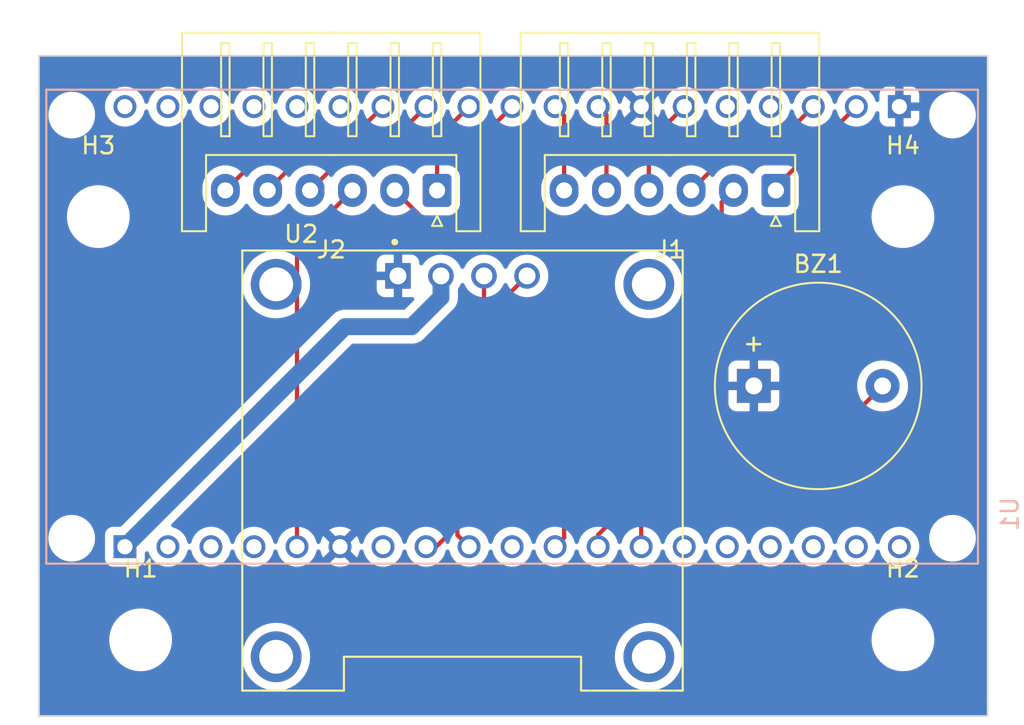
<source format=kicad_pcb>
(kicad_pcb (version 20221018) (generator pcbnew)
  (title_block (title "USB Breakout Test Jig") (date "2024-02-22") (rev "v1.0") (company "Sternenlabor e.V.") (comment 1 "André Fiedler <mail@andrefiedler.de>"))
  (layers (0 "F.Cu" signal) (31 "B.Cu" signal) (34 "B.Paste" user) (35 "F.Paste" user) (36 "B.SilkS" user "B.Silkscreen") (37 "F.SilkS" user "F.Silkscreen") (38 "B.Mask" user) (39 "F.Mask" user) (44 "Edge.Cuts" user))
  (net 0 "")
  (net 1 "Net-(BZ1-+)")
  (net 8 "A - D+ (green)")
  (net 9 "B - D+ (green)")
  (net 11 "B - D-b(white)")
  (net 12 "A - D- (white)")
  (net 14 "B - 5V (red)")
  (net 24 "A - ID (yellow)")
  (net 25 "A - Shield (blue)")
  (net 26 "B - Shield (blue)")
  (net 27 "B - ID (yellow)")
  (net 28 "A - GND (black)")
  (net 29 "B - GND (black)")
  (net 32 "A - 5V (red)")
  (net 33 "Net-(U1-G14)")
  (net 34 "Net-(U1-G27)")
  (net 35 "GND")
  (net 36 "+5V")
  (footprint "MountingHole:MountingHole_3.2mm_M3" (layer "F.Cu") (at 52.5 82.5)
    (fp_text reference "H3" (at 0 -4.2) (layer "F.SilkS"))
    (fp_text value "MountingHole")
    (pad "" np_thru_hole circle (at 0 0) (size 3.2 3.2) (drill 3.2) (layers "*.Cu" "*.Mask"))
  )
  (footprint "MountingHole:MountingHole_3.2mm_M3" (layer "F.Cu") (at 100 107.5)
    (fp_text reference "H2" (at 0 -4.2) (layer "F.SilkS"))
    (fp_text value "MountingHole")
    (pad "" np_thru_hole circle (at 0 0) (size 3.2 3.2) (drill 3.2) (layers "*.Cu" "*.Mask"))
  )
  (footprint "Connector_JST:JST_XH_S6B-XH-A_1x06_P2.50mm_Horizontal" (layer "F.Cu") (at 72.5 80.95 180)
    (fp_text reference "J2" (at 6.25 -3.5) (layer "F.SilkS"))
    (fp_text value "Conn_01x06")
    (fp_line (start -2.56 -2.41) (end -1.14 -2.41) (stroke (width 0.12)) (layer "F.SilkS"))
    (fp_line (start -2.56 9.31) (end -2.56 -2.41) (stroke (width 0.12)) (layer "F.SilkS"))
    (fp_line (start -1.14 -2.41) (end -1.14 2.09) (stroke (width 0.12)) (layer "F.SilkS"))
    (fp_line (start -1.14 2.09) (end 6.25 2.09) (stroke (width 0.12)) (layer "F.SilkS"))
    (fp_line (start -0.3 -2.1) (end 0.3 -2.1) (stroke (width 0.12)) (layer "F.SilkS"))
    (fp_line (start -0.25 3.2) (end -0.25 8.7) (stroke (width 0.12)) (layer "F.SilkS"))
    (fp_line (start -0.25 8.7) (end 0.25 8.7) (stroke (width 0.12)) (layer "F.SilkS"))
    (fp_line (start 0 -1.5) (end -0.3 -2.1) (stroke (width 0.12)) (layer "F.SilkS"))
    (fp_line (start 0.25 3.2) (end -0.25 3.2) (stroke (width 0.12)) (layer "F.SilkS"))
    (fp_line (start 0.25 8.7) (end 0.25 3.2) (stroke (width 0.12)) (layer "F.SilkS"))
    (fp_line (start 0.3 -2.1) (end 0 -1.5) (stroke (width 0.12)) (layer "F.SilkS"))
    (fp_line (start 2.25 3.2) (end 2.25 8.7) (stroke (width 0.12)) (layer "F.SilkS"))
    (fp_line (start 2.25 8.7) (end 2.75 8.7) (stroke (width 0.12)) (layer "F.SilkS"))
    (fp_line (start 2.75 3.2) (end 2.25 3.2) (stroke (width 0.12)) (layer "F.SilkS"))
    (fp_line (start 2.75 8.7) (end 2.75 3.2) (stroke (width 0.12)) (layer "F.SilkS"))
    (fp_line (start 4.75 3.2) (end 4.75 8.7) (stroke (width 0.12)) (layer "F.SilkS"))
    (fp_line (start 4.75 8.7) (end 5.25 8.7) (stroke (width 0.12)) (layer "F.SilkS"))
    (fp_line (start 5.25 3.2) (end 4.75 3.2) (stroke (width 0.12)) (layer "F.SilkS"))
    (fp_line (start 5.25 8.7) (end 5.25 3.2) (stroke (width 0.12)) (layer "F.SilkS"))
    (fp_line (start 6.25 9.31) (end -2.56 9.31) (stroke (width 0.12)) (layer "F.SilkS"))
    (fp_line (start 6.25 9.31) (end 15.06 9.31) (stroke (width 0.12)) (layer "F.SilkS"))
    (fp_line (start 7.25 3.2) (end 7.25 8.7) (stroke (width 0.12)) (layer "F.SilkS"))
    (fp_line (start 7.25 8.7) (end 7.75 8.7) (stroke (width 0.12)) (layer "F.SilkS"))
    (fp_line (start 7.75 3.2) (end 7.25 3.2) (stroke (width 0.12)) (layer "F.SilkS"))
    (fp_line (start 7.75 8.7) (end 7.75 3.2) (stroke (width 0.12)) (layer "F.SilkS"))
    (fp_line (start 9.75 3.2) (end 9.75 8.7) (stroke (width 0.12)) (layer "F.SilkS"))
    (fp_line (start 9.75 8.7) (end 10.25 8.7) (stroke (width 0.12)) (layer "F.SilkS"))
    (fp_line (start 10.25 3.2) (end 9.75 3.2) (stroke (width 0.12)) (layer "F.SilkS"))
    (fp_line (start 10.25 8.7) (end 10.25 3.2) (stroke (width 0.12)) (layer "F.SilkS"))
    (fp_line (start 12.25 3.2) (end 12.25 8.7) (stroke (width 0.12)) (layer "F.SilkS"))
    (fp_line (start 12.25 8.7) (end 12.75 8.7) (stroke (width 0.12)) (layer "F.SilkS"))
    (fp_line (start 12.75 3.2) (end 12.25 3.2) (stroke (width 0.12)) (layer "F.SilkS"))
    (fp_line (start 12.75 8.7) (end 12.75 3.2) (stroke (width 0.12)) (layer "F.SilkS"))
    (fp_line (start 13.64 -2.41) (end 13.64 2.09) (stroke (width 0.12)) (layer "F.SilkS"))
    (fp_line (start 13.64 2.09) (end 6.25 2.09) (stroke (width 0.12)) (layer "F.SilkS"))
    (fp_line (start 15.06 -2.41) (end 13.64 -2.41) (stroke (width 0.12)) (layer "F.SilkS"))
    (fp_line (start 15.06 9.31) (end 15.06 -2.41) (stroke (width 0.12)) (layer "F.SilkS"))
    (pad "1" thru_hole roundrect (at 0 0 180) (size 1.7 1.95) (drill 0.95) (layers "*.Cu" "*.Mask") (roundrect_rratio 0.1470588235) (net 27 "B - ID (yellow)"))
    (pad "2" thru_hole oval (at 2.5 0 180) (size 1.7 1.95) (drill 0.95) (layers "*.Cu" "*.Mask") (net 9 "B - D+ (green)"))
    (pad "3" thru_hole oval (at 5 0 180) (size 1.7 1.95) (drill 0.95) (layers "*.Cu" "*.Mask") (net 11 "B - D-b(white)"))
    (pad "4" thru_hole oval (at 7.5 0 180) (size 1.7 1.95) (drill 0.95) (layers "*.Cu" "*.Mask") (net 14 "B - 5V (red)"))
    (pad "5" thru_hole oval (at 10 0 180) (size 1.7 1.95) (drill 0.95) (layers "*.Cu" "*.Mask") (net 29 "B - GND (black)"))
    (pad "6" thru_hole oval (at 12.5 0 180) (size 1.7 1.95) (drill 0.95) (layers "*.Cu" "*.Mask") (net 26 "B - Shield (blue)"))
  )
  (footprint "MountingHole:MountingHole_3.2mm_M3" (layer "F.Cu") (at 55 107.5)
    (fp_text reference "H1" (at 0 -4.2) (layer "F.SilkS"))
    (fp_text value "MountingHole")
    (pad "" np_thru_hole circle (at 0 0) (size 3.2 3.2) (drill 3.2) (layers "*.Cu" "*.Mask"))
  )
  (footprint "Connector_JST:JST_XH_S6B-XH-A_1x06_P2.50mm_Horizontal" (layer "F.Cu") (at 92.5 80.95 180)
    (fp_text reference "J1" (at 6.25 -3.5) (layer "F.SilkS"))
    (fp_text value "Conn_01x06")
    (fp_line (start -2.56 -2.41) (end -1.14 -2.41) (stroke (width 0.12)) (layer "F.SilkS"))
    (fp_line (start -2.56 9.31) (end -2.56 -2.41) (stroke (width 0.12)) (layer "F.SilkS"))
    (fp_line (start -1.14 -2.41) (end -1.14 2.09) (stroke (width 0.12)) (layer "F.SilkS"))
    (fp_line (start -1.14 2.09) (end 6.25 2.09) (stroke (width 0.12)) (layer "F.SilkS"))
    (fp_line (start -0.3 -2.1) (end 0.3 -2.1) (stroke (width 0.12)) (layer "F.SilkS"))
    (fp_line (start -0.25 3.2) (end -0.25 8.7) (stroke (width 0.12)) (layer "F.SilkS"))
    (fp_line (start -0.25 8.7) (end 0.25 8.7) (stroke (width 0.12)) (layer "F.SilkS"))
    (fp_line (start 0 -1.5) (end -0.3 -2.1) (stroke (width 0.12)) (layer "F.SilkS"))
    (fp_line (start 0.25 3.2) (end -0.25 3.2) (stroke (width 0.12)) (layer "F.SilkS"))
    (fp_line (start 0.25 8.7) (end 0.25 3.2) (stroke (width 0.12)) (layer "F.SilkS"))
    (fp_line (start 0.3 -2.1) (end 0 -1.5) (stroke (width 0.12)) (layer "F.SilkS"))
    (fp_line (start 2.25 3.2) (end 2.25 8.7) (stroke (width 0.12)) (layer "F.SilkS"))
    (fp_line (start 2.25 8.7) (end 2.75 8.7) (stroke (width 0.12)) (layer "F.SilkS"))
    (fp_line (start 2.75 3.2) (end 2.25 3.2) (stroke (width 0.12)) (layer "F.SilkS"))
    (fp_line (start 2.75 8.7) (end 2.75 3.2) (stroke (width 0.12)) (layer "F.SilkS"))
    (fp_line (start 4.75 3.2) (end 4.75 8.7) (stroke (width 0.12)) (layer "F.SilkS"))
    (fp_line (start 4.75 8.7) (end 5.25 8.7) (stroke (width 0.12)) (layer "F.SilkS"))
    (fp_line (start 5.25 3.2) (end 4.75 3.2) (stroke (width 0.12)) (layer "F.SilkS"))
    (fp_line (start 5.25 8.7) (end 5.25 3.2) (stroke (width 0.12)) (layer "F.SilkS"))
    (fp_line (start 6.25 9.31) (end -2.56 9.31) (stroke (width 0.12)) (layer "F.SilkS"))
    (fp_line (start 6.25 9.31) (end 15.06 9.31) (stroke (width 0.12)) (layer "F.SilkS"))
    (fp_line (start 7.25 3.2) (end 7.25 8.7) (stroke (width 0.12)) (layer "F.SilkS"))
    (fp_line (start 7.25 8.7) (end 7.75 8.7) (stroke (width 0.12)) (layer "F.SilkS"))
    (fp_line (start 7.75 3.2) (end 7.25 3.2) (stroke (width 0.12)) (layer "F.SilkS"))
    (fp_line (start 7.75 8.7) (end 7.75 3.2) (stroke (width 0.12)) (layer "F.SilkS"))
    (fp_line (start 9.75 3.2) (end 9.75 8.7) (stroke (width 0.12)) (layer "F.SilkS"))
    (fp_line (start 9.75 8.7) (end 10.25 8.7) (stroke (width 0.12)) (layer "F.SilkS"))
    (fp_line (start 10.25 3.2) (end 9.75 3.2) (stroke (width 0.12)) (layer "F.SilkS"))
    (fp_line (start 10.25 8.7) (end 10.25 3.2) (stroke (width 0.12)) (layer "F.SilkS"))
    (fp_line (start 12.25 3.2) (end 12.25 8.7) (stroke (width 0.12)) (layer "F.SilkS"))
    (fp_line (start 12.25 8.7) (end 12.75 8.7) (stroke (width 0.12)) (layer "F.SilkS"))
    (fp_line (start 12.75 3.2) (end 12.25 3.2) (stroke (width 0.12)) (layer "F.SilkS"))
    (fp_line (start 12.75 8.7) (end 12.75 3.2) (stroke (width 0.12)) (layer "F.SilkS"))
    (fp_line (start 13.64 -2.41) (end 13.64 2.09) (stroke (width 0.12)) (layer "F.SilkS"))
    (fp_line (start 13.64 2.09) (end 6.25 2.09) (stroke (width 0.12)) (layer "F.SilkS"))
    (fp_line (start 15.06 -2.41) (end 13.64 -2.41) (stroke (width 0.12)) (layer "F.SilkS"))
    (fp_line (start 15.06 9.31) (end 15.06 -2.41) (stroke (width 0.12)) (layer "F.SilkS"))
    (pad "1" thru_hole roundrect (at 0 0 180) (size 1.7 1.95) (drill 0.95) (layers "*.Cu" "*.Mask") (roundrect_rratio 0.1470588235) (net 24 "A - ID (yellow)"))
    (pad "2" thru_hole oval (at 2.5 0 180) (size 1.7 1.95) (drill 0.95) (layers "*.Cu" "*.Mask") (net 8 "A - D+ (green)"))
    (pad "3" thru_hole oval (at 5 0 180) (size 1.7 1.95) (drill 0.95) (layers "*.Cu" "*.Mask") (net 12 "A - D- (white)"))
    (pad "4" thru_hole oval (at 7.5 0 180) (size 1.7 1.95) (drill 0.95) (layers "*.Cu" "*.Mask") (net 32 "A - 5V (red)"))
    (pad "5" thru_hole oval (at 10 0 180) (size 1.7 1.95) (drill 0.95) (layers "*.Cu" "*.Mask") (net 28 "A - GND (black)"))
    (pad "6" thru_hole oval (at 12.5 0 180) (size 1.7 1.95) (drill 0.95) (layers "*.Cu" "*.Mask") (net 25 "A - Shield (blue)"))
  )
  (footprint "Buzzer_Beeper:Buzzer_12x9.5RM7.6" (layer "F.Cu") (at 91.2 92.5)
    (fp_text reference "BZ1" (at 3.8 -7.2) (layer "F.SilkS"))
    (fp_text value "Buzzer")
    (fp_text user "+" (at -0.01 -2.54) (layer "F.SilkS"))
    (fp_circle (center 3.8 0) (end 9.9 0) (stroke (width 0.12)) (fill none) (layer "F.SilkS"))
    (pad "1" thru_hole rect (at 0 0) (size 2 2) (drill 1) (layers "*.Cu" "*.Mask") (net 35 "GND"))
    (pad "2" thru_hole circle (at 7.6 0) (size 2 2) (drill 1) (layers "*.Cu" "*.Mask") (net 1 "Net-(BZ1-+)"))
  )
  (footprint "DM-OLED096-636:MODULE_DM-OLED096-636" (layer "F.Cu") (at 74 97.5)
    (fp_text reference "U2" (at -9.525 -13.97) (layer "F.SilkS"))
    (fp_text value "DM-OLED096-636")
    (fp_line (start -13 -13) (end 13 -13) (stroke (width 0.127)) (layer "F.SilkS"))
    (fp_line (start -13 13) (end -13 -13) (stroke (width 0.127)) (layer "F.SilkS"))
    (fp_line (start -7 11) (end -7 13) (stroke (width 0.127)) (layer "F.SilkS"))
    (fp_line (start -7 13) (end -13 13) (stroke (width 0.127)) (layer "F.SilkS"))
    (fp_line (start 7 11) (end -7 11) (stroke (width 0.127)) (layer "F.SilkS"))
    (fp_line (start 7 13) (end 7 11) (stroke (width 0.127)) (layer "F.SilkS"))
    (fp_line (start 13 -13) (end 13 13) (stroke (width 0.127)) (layer "F.SilkS"))
    (fp_line (start 13 13) (end 7 13) (stroke (width 0.127)) (layer "F.SilkS"))
    (fp_circle (center -4 -13.5) (end -3.9 -13.5) (stroke (width 0.2)) (fill none) (layer "F.SilkS"))
    (pad "1" thru_hole rect (at -3.81 -11.5) (size 1.508 1.508) (drill 1) (layers "*.Cu" "*.Mask") (net 35 "GND"))
    (pad "2" thru_hole circle (at -1.27 -11.5) (size 1.508 1.508) (drill 1) (layers "*.Cu" "*.Mask") (net 36 "+5V"))
    (pad "3" thru_hole circle (at 1.27 -11.5) (size 1.508 1.508) (drill 1) (layers "*.Cu" "*.Mask") (net 33 "Net-(U1-G14)"))
    (pad "4" thru_hole circle (at 3.81 -11.5) (size 1.508 1.508) (drill 1) (layers "*.Cu" "*.Mask") (net 34 "Net-(U1-G27)"))
    (pad "S1" thru_hole circle (at -11 -11) (size 3 3) (drill 2) (layers "*.Cu" "*.Mask"))
    (pad "S2" thru_hole circle (at 11 -11) (size 3 3) (drill 2) (layers "*.Cu" "*.Mask"))
    (pad "S3" thru_hole circle (at 11 11) (size 3 3) (drill 2) (layers "*.Cu" "*.Mask"))
    (pad "S4" thru_hole circle (at -11 11) (size 3 3) (drill 2) (layers "*.Cu" "*.Mask"))
  )
  (footprint "MountingHole:MountingHole_3.2mm_M3" (layer "F.Cu") (at 100 82.5)
    (fp_text reference "H4" (at 0 -4.2) (layer "F.SilkS"))
    (fp_text value "MountingHole")
    (pad "" np_thru_hole circle (at 0 0) (size 3.2 3.2) (drill 3.2) (layers "*.Cu" "*.Mask"))
  )
  (footprint "ESP32_NODEMCU:MODULE_ESP32_NODEMCU" (layer "B.Cu") (at 76.93 89 90)
    (fp_text reference "U1" (at -11.075 29.385 90) (layer "B.SilkS") (effects (justify mirror)))
    (fp_text value "ESP32_NODEMCU")
    (fp_line (start -14 -27.5) (end 14 -27.5) (stroke (width 0.127)) (layer "B.SilkS"))
    (fp_line (start -14 27.5) (end -14 -27.5) (stroke (width 0.127)) (layer "B.SilkS"))
    (fp_line (start -14 27.5) (end 14 27.5) (stroke (width 0.127)) (layer "B.SilkS"))
    (fp_line (start 14 27.5) (end 14 -27.5) (stroke (width 0.127)) (layer "B.SilkS"))
    (pad "" np_thru_hole circle (at -12.5 -26 90) (size 2.25 2.25) (drill 2.25) (layers "*.Cu" "*.Mask"))
    (pad "" np_thru_hole circle (at -12.5 26 90) (size 2.25 2.25) (drill 2.25) (layers "*.Cu" "*.Mask"))
    (pad "" np_thru_hole circle (at 12.5 -26 90) (size 2.25 2.25) (drill 2.25) (layers "*.Cu" "*.Mask"))
    (pad "" np_thru_hole circle (at 12.5 26 90) (size 2.25 2.25) (drill 2.25) (layers "*.Cu" "*.Mask"))
    (pad "J4_1" thru_hole rect (at 13 22.86 90) (size 1.35 1.35) (drill 0.9) (layers "*.Cu" "*.Mask") (net 35 "GND"))
    (pad "J4_2" thru_hole circle (at 13 20.32 90) (size 1.35 1.35) (drill 0.9) (layers "*.Cu" "*.Mask") (net 24 "A - ID (yellow)"))
    (pad "J4_3" thru_hole circle (at 13 17.78 90) (size 1.35 1.35) (drill 0.9) (layers "*.Cu" "*.Mask") (net 12 "A - D- (white)"))
    (pad "J4_4" thru_hole circle (at 13 15.24 90) (size 1.35 1.35) (drill 0.9) (layers "*.Cu" "*.Mask"))
    (pad "J4_5" thru_hole circle (at 13 12.7 90) (size 1.35 1.35) (drill 0.9) (layers "*.Cu" "*.Mask"))
    (pad "J4_6" thru_hole circle (at 13 10.16 90) (size 1.35 1.35) (drill 0.9) (layers "*.Cu" "*.Mask") (net 32 "A - 5V (red)"))
    (pad "J4_7" thru_hole circle (at 13 7.62 90) (size 1.35 1.35) (drill 0.9) (layers "*.Cu" "*.Mask") (net 35 "GND"))
    (pad "J4_8" thru_hole circle (at 13 5.08 90) (size 1.35 1.35) (drill 0.9) (layers "*.Cu" "*.Mask") (net 28 "A - GND (black)"))
    (pad "J4_9" thru_hole circle (at 13 2.54 90) (size 1.35 1.35) (drill 0.9) (layers "*.Cu" "*.Mask") (net 25 "A - Shield (blue)"))
    (pad "J4_10" thru_hole circle (at 13 0 90) (size 1.35 1.35) (drill 0.9) (layers "*.Cu" "*.Mask") (net 27 "B - ID (yellow)"))
    (pad "J4_11" thru_hole circle (at 13 -2.54 90) (size 1.35 1.35) (drill 0.9) (layers "*.Cu" "*.Mask") (net 14 "B - 5V (red)"))
    (pad "J4_12" thru_hole circle (at 13 -5.08 90) (size 1.35 1.35) (drill 0.9) (layers "*.Cu" "*.Mask") (net 29 "B - GND (black)"))
    (pad "J4_13" thru_hole circle (at 13 -7.62 90) (size 1.35 1.35) (drill 0.9) (layers "*.Cu" "*.Mask") (net 26 "B - Shield (blue)"))
    (pad "J4_14" thru_hole circle (at 13 -10.16 90) (size 1.35 1.35) (drill 0.9) (layers "*.Cu" "*.Mask"))
    (pad "J4_15" thru_hole circle (at 13 -12.7 90) (size 1.35 1.35) (drill 0.9) (layers "*.Cu" "*.Mask"))
    (pad "J4_16" thru_hole circle (at 13 -15.24 90) (size 1.35 1.35) (drill 0.9) (layers "*.Cu" "*.Mask"))
    (pad "J4_17" thru_hole circle (at 13 -17.78 90) (size 1.35 1.35) (drill 0.9) (layers "*.Cu" "*.Mask"))
    (pad "J4_18" thru_hole circle (at 13 -20.32 90) (size 1.35 1.35) (drill 0.9) (layers "*.Cu" "*.Mask"))
    (pad "J4_19" thru_hole circle (at 13 -22.86 90) (size 1.35 1.35) (drill 0.9) (layers "*.Cu" "*.Mask"))
    (pad "J5_1" thru_hole rect (at -13 -22.86 90) (size 1.35 1.35) (drill 0.9) (layers "*.Cu" "*.Mask") (net 36 "+5V"))
    (pad "J5_2" thru_hole circle (at -13 -20.32 90) (size 1.35 1.35) (drill 0.9) (layers "*.Cu" "*.Mask"))
    (pad "J5_3" thru_hole circle (at -13 -17.78 90) (size 1.35 1.35) (drill 0.9) (layers "*.Cu" "*.Mask"))
    (pad "J5_4" thru_hole circle (at -13 -15.24 90) (size 1.35 1.35) (drill 0.9) (layers "*.Cu" "*.Mask"))
    (pad "J5_5" thru_hole circle (at -13 -12.7 90) (size 1.35 1.35) (drill 0.9) (layers "*.Cu" "*.Mask") (net 11 "B - D-b(white)"))
    (pad "J5_6" thru_hole circle (at -13 -10.16 90) (size 1.35 1.35) (drill 0.9) (layers "*.Cu" "*.Mask") (net 35 "GND"))
    (pad "J5_7" thru_hole circle (at -13 -7.62 90) (size 1.35 1.35) (drill 0.9) (layers "*.Cu" "*.Mask"))
    (pad "J5_8" thru_hole circle (at -13 -5.08 90) (size 1.35 1.35) (drill 0.9) (layers "*.Cu" "*.Mask") (net 33 "Net-(U1-G14)"))
    (pad "J5_9" thru_hole circle (at -13 -2.54 90) (size 1.35 1.35) (drill 0.9) (layers "*.Cu" "*.Mask") (net 34 "Net-(U1-G27)"))
    (pad "J5_10" thru_hole circle (at -13 0 90) (size 1.35 1.35) (drill 0.9) (layers "*.Cu" "*.Mask"))
    (pad "J5_11" thru_hole circle (at -13 2.54 90) (size 1.35 1.35) (drill 0.9) (layers "*.Cu" "*.Mask") (net 9 "B - D+ (green)"))
    (pad "J5_12" thru_hole circle (at -13 5.08 90) (size 1.35 1.35) (drill 0.9) (layers "*.Cu" "*.Mask") (net 8 "A - D+ (green)"))
    (pad "J5_13" thru_hole circle (at -13 7.62 90) (size 1.35 1.35) (drill 0.9) (layers "*.Cu" "*.Mask") (net 1 "Net-(BZ1-+)"))
    (pad "J5_14" thru_hole circle (at -13 10.16 90) (size 1.35 1.35) (drill 0.9) (layers "*.Cu" "*.Mask"))
    (pad "J5_15" thru_hole circle (at -13 12.7 90) (size 1.35 1.35) (drill 0.9) (layers "*.Cu" "*.Mask"))
    (pad "J5_16" thru_hole circle (at -13 15.24 90) (size 1.35 1.35) (drill 0.9) (layers "*.Cu" "*.Mask"))
    (pad "J5_17" thru_hole circle (at -13 17.78 90) (size 1.35 1.35) (drill 0.9) (layers "*.Cu" "*.Mask"))
    (pad "J5_18" thru_hole circle (at -13 20.32 90) (size 1.35 1.35) (drill 0.9) (layers "*.Cu" "*.Mask"))
    (pad "J5_19" thru_hole circle (at -13 22.86 90) (size 1.35 1.35) (drill 0.9) (layers "*.Cu" "*.Mask"))
  )
  (gr_line (start 49 73) (end 105 73) (stroke (width 0.1)) (layer "Edge.Cuts"))
  (gr_line (start 49 112) (end 49 93) (stroke (width 0.1)) (layer "Edge.Cuts"))
  (gr_line (start 49 93) (end 49 73) (stroke (width 0.1)) (layer "Edge.Cuts"))
  (gr_line (start 105 111) (end 105 112) (stroke (width 0.1)) (layer "Edge.Cuts"))
  (gr_line (start 105 112) (end 49 112) (stroke (width 0.1)) (layer "Edge.Cuts"))
  (gr_line (start 105 73) (end 105 111) (stroke (width 0.1)) (layer "Edge.Cuts"))
  (segment (start 98.8 92.5) (end 97 94.3) (width 0.25) (layer "F.Cu") (net 1))
  (segment (start 84.55 99.45) (end 84.55 102) (width 0.25) (layer "F.Cu") (net 1))
  (segment (start 97 94.3) (end 89.7 94.3) (width 0.25) (layer "F.Cu") (net 1))
  (segment (start 89.7 94.3) (end 84.55 99.45) (width 0.25) (layer "F.Cu") (net 1))
  (segment (start 82.01 101.29) (end 82.01 102) (width 0.25) (layer "F.Cu") (net 8))
  (segment (start 89.3 81.65) (end 89.3 94) (width 0.25) (layer "F.Cu") (net 8))
  (segment (start 90 80.95) (end 89.3 81.65) (width 0.25) (layer "F.Cu") (net 8))
  (segment (start 89.3 94) (end 82.01 101.29) (width 0.25) (layer "F.Cu") (net 8))
  (segment (start 80 84.921) (end 80 101.47) (width 0.25) (layer "F.Cu") (net 9))
  (segment (start 80 101.47) (end 79.47 102) (width 0.25) (layer "F.Cu") (net 9))
  (segment (start 73.05 84) (end 79.079 84) (width 0.25) (layer "F.Cu") (net 9))
  (segment (start 70 80.95) (end 73.05 84) (width 0.25) (layer "F.Cu") (net 9))
  (segment (start 79.079 84) (end 80 84.921) (width 0.25) (layer "F.Cu") (net 9))
  (segment (start 67.5 80.95) (end 64.23 84.22) (width 0.25) (layer "F.Cu") (net 11))
  (segment (start 64.23 84.22) (end 64.23 102) (width 0.25) (layer "F.Cu") (net 11))
  (segment (start 90.75 77.7) (end 93.01 77.7) (width 0.25) (layer "F.Cu") (net 12))
  (segment (start 93.01 77.7) (end 94.71 76) (width 0.25) (layer "F.Cu") (net 12))
  (segment (start 87.5 80.95) (end 90.75 77.7) (width 0.25) (layer "F.Cu") (net 12))
  (segment (start 65 80.95) (end 67.65 78.3) (width 0.25) (layer "F.Cu") (net 14))
  (segment (start 67.65 78.3) (end 72.09 78.3) (width 0.25) (layer "F.Cu") (net 14))
  (segment (start 72.09 78.3) (end 74.39 76) (width 0.25) (layer "F.Cu") (net 14))
  (segment (start 92.5 80.75) (end 97.25 76) (width 0.25) (layer "F.Cu") (net 24))
  (segment (start 92.5 80.95) (end 92.5 80.75) (width 0.25) (layer "F.Cu") (net 24))
  (segment (start 80 76.53) (end 79.47 76) (width 0.25) (layer "F.Cu") (net 25))
  (segment (start 80 80.95) (end 80 76.53) (width 0.25) (layer "F.Cu") (net 25))
  (segment (start 67.91 77.4) (end 69.31 76) (width 0.25) (layer "F.Cu") (net 26))
  (segment (start 63.55 77.4) (end 67.91 77.4) (width 0.25) (layer "F.Cu") (net 26))
  (segment (start 60 80.95) (end 63.55 77.4) (width 0.25) (layer "F.Cu") (net 26))
  (segment (start 72.5 80.95) (end 72.5 79) (width 0.25) (layer "F.Cu") (net 27))
  (segment (start 74.63 78.3) (end 76.93 76) (width 0.25) (layer "F.Cu") (net 27))
  (segment (start 73.2 78.3) (end 74.63 78.3) (width 0.25) (layer "F.Cu") (net 27))
  (segment (start 72.5 79) (end 73.2 78.3) (width 0.25) (layer "F.Cu") (net 27))
  (segment (start 82.5 76.49) (end 82.01 76) (width 0.25) (layer "F.Cu") (net 28))
  (segment (start 82.5 80.95) (end 82.5 76.49) (width 0.25) (layer "F.Cu") (net 28))
  (segment (start 70 77.85) (end 71.85 76) (width 0.25) (layer "F.Cu") (net 29))
  (segment (start 62.5 80.95) (end 65.6 77.85) (width 0.25) (layer "F.Cu") (net 29))
  (segment (start 65.6 77.85) (end 70 77.85) (width 0.25) (layer "F.Cu") (net 29))
  (segment (start 85 80.95) (end 85 78.09) (width 0.25) (layer "F.Cu") (net 32))
  (segment (start 85 78.09) (end 87.09 76) (width 0.25) (layer "F.Cu") (net 32))
  (segment (start 73.2 89.57) (end 73.2 101.25) (width 0.25) (layer "F.Cu") (net 33))
  (segment (start 75.27 86) (end 75.27 87.5) (width 0.25) (layer "F.Cu") (net 33))
  (segment (start 73.2 101.25) (end 72.45 102) (width 0.25) (layer "F.Cu") (net 33))
  (segment (start 75.27 87.5) (end 73.2 89.57) (width 0.25) (layer "F.Cu") (net 33))
  (segment (start 72.45 102) (end 71.85 102) (width 0.25) (layer "F.Cu") (net 33))
  (segment (start 77.81 86) (end 73.7 90.11) (width 0.25) (layer "F.Cu") (net 34))
  (segment (start 73.7 90.11) (end 73.7 101.31) (width 0.25) (layer "F.Cu") (net 34))
  (segment (start 73.7 101.31) (end 74.39 102) (width 0.25) (layer "F.Cu") (net 34))
  (segment (start 71 89) (end 72.73 87.27) (width 1) (layer "B.Cu") (net 36))
  (segment (start 72.73 87.27) (end 72.73 86) (width 1) (layer "B.Cu") (net 36))
  (segment (start 67.07 89) (end 71 89) (width 1) (layer "B.Cu") (net 36))
  (segment (start 54.07 102) (end 67.07 89) (width 1) (layer "B.Cu") (net 36))
  (zone (net 35) (net_name "GND") (layer "B.Cu") (connect_pads (clearance 0.5)) (min_thickness 0.25) (fill yes (thermal_gap 0.5) (thermal_bridge_width 0.5))
    (polygon (pts (xy 49 73) (xy 105 73) (xy 105 112) (xy 49 112)))
  )
)
</source>
